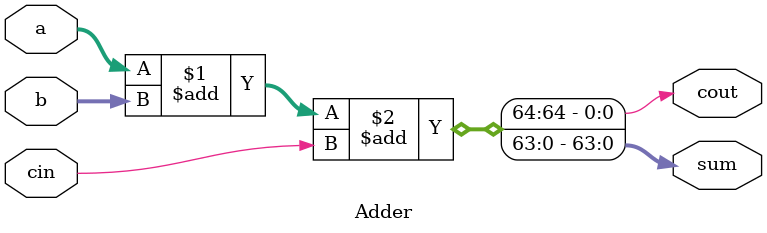
<source format=sv>
module Adder #(
    parameter WIDTH = 64
) (
    input [WIDTH-1:0] a,
    input [WIDTH-1:0] b,
    input cin,
    output [WIDTH-1:0] sum,
    output cout
);

assign {cout, sum}  = a + b + cin;

endmodule

</source>
